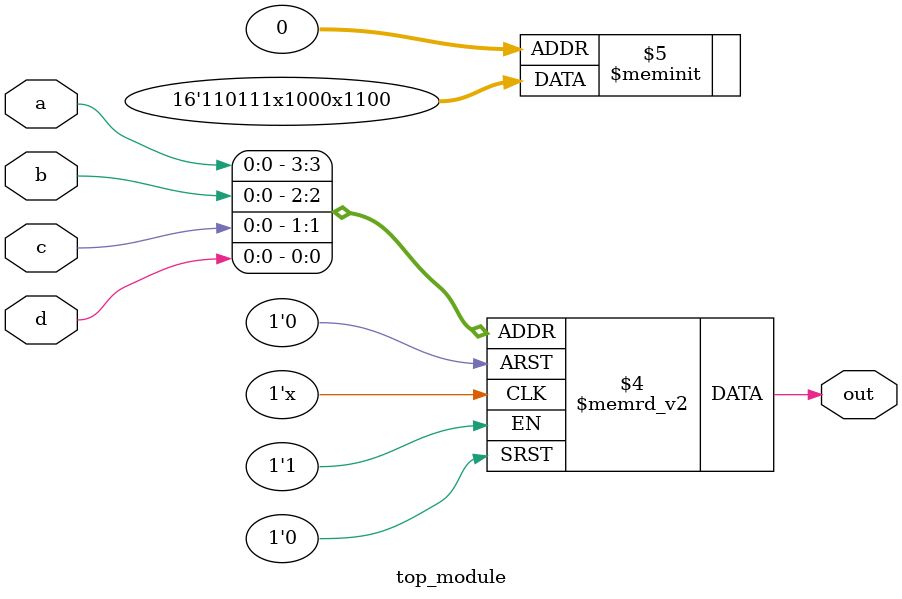
<source format=sv>
module top_module (
    input a, 
    input b,
    input c,
    input d,
    output reg out
);

always @(*) begin
    case ({a, b, c, d})
        4'b0000: out = 0;
        4'b0001: out = 0;
        4'b0011: out = 1;
        4'b0010: out = 1;
        4'b0100: out = 'bx;
        4'b0101: out = 0;
        4'b0111: out = 0;
        4'b0110: out = 0;
        4'b1000: out = 1;
        4'b1001: out = 'bx;
        4'b1111: out = 1;
        4'b1110: out = 1;
        4'b1100: out = 1;
        4'b1011: out = 1;
        4'b1010: out = 1;
        default: out = 0;
    endcase
end

endmodule

</source>
